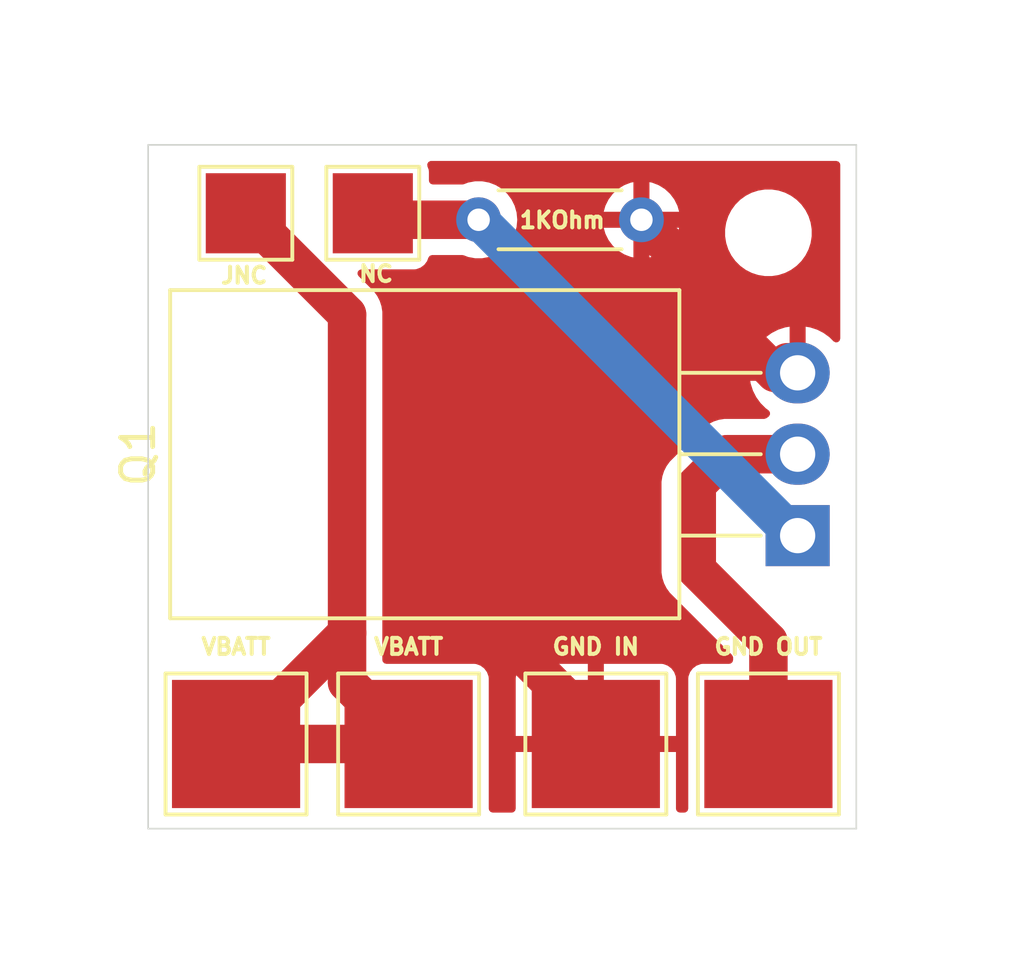
<source format=kicad_pcb>
(kicad_pcb (version 20240108) (generator "pcbnew") (generator_version "8.0")
  (layers (0 "F.Cu" signal) (31 "B.Cu" signal) (34 "B.Paste" user) (35 "F.Paste" user) (36 "B.SilkS" user "B.Silkscreen") (37 "F.SilkS" user "F.Silkscreen") (38 "B.Mask" user) (39 "F.Mask" user) (44 "Edge.Cuts" user))
  (net 0 "")
  (net 1 "Net-(J1-Pin_1)")
  (net 2 "GND")
  (net 3 "Net-(J4-Pin_1)")
  (net 4 "Net-(J7-Pin_1)")
  (footprint "Package_TO_SOT_THT:TO-220-3_Horizontal_TabDown" (layer "F.Cu") (at 142.0344 71.9836 90)
    (property "Reference" "Q1" (at 2.54 -20.58 -90) (layer "F.SilkS"))
    (property "Value" "NMOS")
    (fp_line (start 7.66 -19.58) (end 7.66 -3.69) (stroke (width 0.12)) (layer "F.SilkS"))
    (fp_line (start -2.58 -19.58) (end 7.66 -19.58) (stroke (width 0.12)) (layer "F.SilkS"))
    (fp_line (start -2.58 -19.58) (end -2.58 -3.690001) (stroke (width 0.12)) (layer "F.SilkS"))
    (fp_line (start -2.58 -3.690001) (end 7.66 -3.69) (stroke (width 0.12)) (layer "F.SilkS"))
    (fp_line (start 5.079999 -3.69) (end 5.08 -1.15) (stroke (width 0.12)) (layer "F.SilkS"))
    (fp_line (start 2.54 -3.69) (end 2.54 -1.15) (stroke (width 0.12)) (layer "F.SilkS"))
    (fp_line (start 0 -3.69) (end 0 -1.15) (stroke (width 0.12)) (layer "F.SilkS"))
    (pad "" np_thru_hole oval (at 2.54 -16.66 90) (size 3.5 3.5) (drill 3.5) (layers "*.Cu" "*.Mask"))
    (pad "1" thru_hole rect (at 0 0 90) (size 1.905 2) (drill 1.1) (layers "*.Cu" "*.Mask") (net 1 "Net-(J1-Pin_1)"))
    (pad "2" thru_hole oval (at 2.54 0 90) (size 1.905 2) (drill 1.1) (layers "*.Cu" "*.Mask") (net 4 "Net-(J7-Pin_1)"))
    (pad "3" thru_hole oval (at 5.079999 0 90) (size 1.905 2) (drill 1.1) (layers "*.Cu" "*.Mask") (net 2 "GND"))
  )
  (footprint "TestPoint:TestPoint_Pad_2.5x2.5mm" (layer "F.Cu") (at 128.778 61.9252)
    (property "Reference" "J1" (hide yes))
    (property "Value" "Switch_Junction")
    (fp_line (start -1.45 -1.45) (end 1.45 -1.45) (stroke (width 0.12)) (layer "F.SilkS"))
    (fp_line (start -1.45 1.45) (end -1.45 -1.45) (stroke (width 0.12)) (layer "F.SilkS"))
    (fp_line (start 1.45 -1.45) (end 1.45 1.45) (stroke (width 0.12)) (layer "F.SilkS"))
    (fp_line (start 1.45 1.45) (end -1.45 1.45) (stroke (width 0.12)) (layer "F.SilkS"))
    (pad "1" smd rect (at 0 0) (size 2.5 2.5) (layers "F.Cu" "F.Mask") (net 1 "Net-(J1-Pin_1)"))
  )
  (footprint "TestPoint:TestPoint_Pad_4.0x4.0mm" (layer "F.Cu") (at 124.5108 78.486)
    (property "Reference" "J4" (hide yes))
    (property "Value" "VBAT_IN")
    (fp_line (start -2.2 -2.2) (end 2.2 -2.2) (stroke (width 0.12)) (layer "F.SilkS"))
    (fp_line (start -2.2 2.2) (end -2.2 -2.2) (stroke (width 0.12)) (layer "F.SilkS"))
    (fp_line (start 2.2 -2.2) (end 2.2 2.2) (stroke (width 0.12)) (layer "F.SilkS"))
    (fp_line (start 2.2 2.2) (end -2.2 2.2) (stroke (width 0.12)) (layer "F.SilkS"))
    (pad "1" smd rect (at 0 0) (size 4 4) (layers "F.Cu" "F.Mask") (net 3 "Net-(J4-Pin_1)"))
  )
  (footprint "TestPoint:TestPoint_Pad_4.0x4.0mm" (layer "F.Cu") (at 129.8956 78.486)
    (property "Reference" "J6" (hide yes))
    (property "Value" "VBAT_OUT")
    (fp_line (start -2.2 -2.2) (end 2.2 -2.2) (stroke (width 0.12)) (layer "F.SilkS"))
    (fp_line (start -2.2 2.2) (end -2.2 -2.2) (stroke (width 0.12)) (layer "F.SilkS"))
    (fp_line (start 2.2 -2.2) (end 2.2 2.2) (stroke (width 0.12)) (layer "F.SilkS"))
    (fp_line (start 2.2 2.2) (end -2.2 2.2) (stroke (width 0.12)) (layer "F.SilkS"))
    (pad "1" smd rect (at 0 0) (size 4 4) (layers "F.Cu" "F.Mask") (net 3 "Net-(J4-Pin_1)"))
  )
  (footprint "TestPoint:TestPoint_Pad_4.0x4.0mm" (layer "F.Cu") (at 135.7376 78.486)
    (property "Reference" "J2" (hide yes))
    (property "Value" "GND_IN")
    (fp_line (start -2.2 -2.2) (end 2.2 -2.2) (stroke (width 0.12)) (layer "F.SilkS"))
    (fp_line (start -2.2 2.2) (end -2.2 -2.2) (stroke (width 0.12)) (layer "F.SilkS"))
    (fp_line (start 2.2 -2.2) (end 2.2 2.2) (stroke (width 0.12)) (layer "F.SilkS"))
    (fp_line (start 2.2 2.2) (end -2.2 2.2) (stroke (width 0.12)) (layer "F.SilkS"))
    (pad "1" smd rect (at 0 0) (size 4 4) (layers "F.Cu" "F.Mask") (net 2 "GND"))
  )
  (footprint "Resistor_THT:R_Axial_DIN0204_L3.6mm_D1.6mm_P5.08mm_Horizontal" (layer "F.Cu") (at 132.08 62.1284)
    (property "Reference" "R1" (hide yes))
    (property "Value" "1k")
    (fp_line (start 0.62 -0.92) (end 4.46 -0.92) (stroke (width 0.12)) (layer "F.SilkS"))
    (fp_line (start 0.62 0.92) (end 4.46 0.92) (stroke (width 0.12)) (layer "F.SilkS"))
    (pad "1" thru_hole circle (at 0 0) (size 1.4 1.4) (drill 0.7) (layers "*.Cu" "*.Mask") (net 1 "Net-(J1-Pin_1)"))
    (pad "2" thru_hole oval (at 5.079999 0) (size 1.4 1.4) (drill 0.7) (layers "*.Cu" "*.Mask") (net 2 "GND"))
  )
  (footprint "TestPoint:TestPoint_Pad_2.5x2.5mm" (layer "F.Cu") (at 124.8156 61.9252)
    (property "Reference" "J5" (hide yes))
    (property "Value" "Switch_NC")
    (fp_line (start -1.45 -1.45) (end 1.45 -1.45) (stroke (width 0.12)) (layer "F.SilkS"))
    (fp_line (start -1.45 1.45) (end -1.45 -1.45) (stroke (width 0.12)) (layer "F.SilkS"))
    (fp_line (start 1.45 -1.45) (end 1.45 1.45) (stroke (width 0.12)) (layer "F.SilkS"))
    (fp_line (start 1.45 1.45) (end -1.45 1.45) (stroke (width 0.12)) (layer "F.SilkS"))
    (pad "1" smd rect (at 0 0) (size 2.5 2.5) (layers "F.Cu" "F.Mask") (net 3 "Net-(J4-Pin_1)"))
  )
  (footprint "MountingHole:MountingHole_2.2mm_M2" (layer "F.Cu") (at 141.1224 62.5348)
    (property "Reference" "H1" (hide yes))
    (property "Value" "MountingHole")
    (pad "" np_thru_hole circle (at 0 0) (size 2.2 2.2) (drill 2.2) (layers "*.Cu" "*.Mask"))
  )
  (footprint "TestPoint:TestPoint_Pad_4.0x4.0mm" (layer "F.Cu") (at 141.1224 78.486)
    (property "Reference" "J7" (hide yes))
    (property "Value" "GND_OUT")
    (fp_line (start -2.2 -2.2) (end 2.2 -2.2) (stroke (width 0.12)) (layer "F.SilkS"))
    (fp_line (start -2.2 2.2) (end -2.2 -2.2) (stroke (width 0.12)) (layer "F.SilkS"))
    (fp_line (start 2.2 -2.2) (end 2.2 2.2) (stroke (width 0.12)) (layer "F.SilkS"))
    (fp_line (start 2.2 2.2) (end -2.2 2.2) (stroke (width 0.12)) (layer "F.SilkS"))
    (pad "1" smd rect (at 0 0) (size 4 4) (layers "F.Cu" "F.Mask") (net 4 "Net-(J7-Pin_1)"))
  )
  (gr_line (start 121.7676 59.7916) (end 143.8656 59.7916) (stroke (width 0.05)) (layer "Edge.Cuts"))
  (gr_line (start 143.8656 59.7916) (end 143.8656 81.1276) (stroke (width 0.05)) (layer "Edge.Cuts"))
  (gr_line (start 121.7676 81.1276) (end 121.7676 59.7916) (stroke (width 0.05)) (layer "Edge.Cuts"))
  (gr_line (start 143.8656 81.1276) (end 121.7676 81.1276) (stroke (width 0.05)) (layer "Edge.Cuts"))
  (gr_text "VBATT" (at 124.5108 75.7428 0) (layer "F.SilkS") (effects (font (size 0.5 0.5) (thickness 0.125) (bold yes)) (justify bottom)))
  (gr_text "NC" (at 128.8796 64.1096 0) (layer "F.SilkS") (effects (font (size 0.5 0.5) (thickness 0.125) (bold yes)) (justify bottom)))
  (gr_text "JNC" (at 124.7648 64.1604 0) (layer "F.SilkS") (effects (font (size 0.5 0.5) (thickness 0.125) (bold yes)) (justify bottom)))
  (gr_text "1KOhm" (at 133.2992 62.4332 0) (layer "F.SilkS") (effects (font (size 0.5 0.5) (thickness 0.125) (bold yes)) (justify left bottom)))
  (gr_text "GND IN" (at 135.7376 75.7428 0) (layer "F.SilkS") (effects (font (size 0.5 0.5) (thickness 0.125) (bold yes)) (justify bottom)))
  (gr_text "GND OUT" (at 141.1224 75.7428 0) (layer "F.SilkS") (effects (font (size 0.5 0.5) (thickness 0.125) (bold yes)) (justify bottom)))
  (gr_text "VBATT" (at 129.8956 75.7428 0) (layer "F.SilkS") (effects (font (size 0.5 0.5) (thickness 0.125) (bold yes)) (justify bottom)))
  (segment (start 128.9812 62.1284) (end 128.778 61.9252) (width 1.2) (layer "F.Cu") (net 1))
  (segment (start 132.08 62.1284) (end 128.9812 62.1284) (width 1.2) (layer "F.Cu") (net 1))
  (segment (start 141.9352 71.9836) (end 132.08 62.1284) (width 1.2) (layer "B.Cu") (net 1))
  (segment (start 142.0344 71.9836) (end 141.9352 71.9836) (width 1.2) (layer "B.Cu") (net 1))
  (segment (start 142.0344 66.903601) (end 141.325601 66.903601) (width 1.2) (layer "F.Cu") (net 2))
  (segment (start 142.0344 66.903601) (end 141.7054 66.5746) (width 1.2) (layer "F.Cu") (net 2))
  (segment (start 135.7376 77.978) (end 133.5532 75.7936) (width 1.2) (layer "F.Cu") (net 2))
  (segment (start 137.159999 62.1284) (end 137.922 62.890401) (width 1.2) (layer "F.Cu") (net 2))
  (segment (start 141.325601 66.903601) (end 140.4112 65.9892) (width 1.2) (layer "F.Cu") (net 2))
  (segment (start 135.7376 78.486) (end 135.7376 77.978) (width 1.2) (layer "F.Cu") (net 2))
  (segment (start 127.9744 76.5648) (end 127.9744 75.0224) (width 1.2) (layer "F.Cu") (net 3))
  (segment (start 127.9744 65.084) (end 124.8156 61.9252) (width 1.2) (layer "F.Cu") (net 3))
  (segment (start 127.9744 75.0224) (end 127.9744 65.084) (width 1.2) (layer "F.Cu") (net 3))
  (segment (start 129.8956 78.486) (end 124.5108 78.486) (width 1.2) (layer "F.Cu") (net 3))
  (segment (start 124.5108 78.486) (end 127.9744 75.0224) (width 1.2) (layer "F.Cu") (net 3))
  (segment (start 129.8956 78.486) (end 127.9744 76.5648) (width 1.2) (layer "F.Cu") (net 3))
  (segment (start 139.8344 69.4436) (end 142.0344 69.4436) (width 1.2) (layer "F.Cu") (net 4))
  (segment (start 141.1224 78.486) (end 141.1224 75.2856) (width 1.2) (layer "F.Cu") (net 4))
  (segment (start 142.0344 77.574) (end 141.1224 78.486) (width 1.2) (layer "F.Cu") (net 4))
  (segment (start 138.8872 70.3908) (end 139.8344 69.4436) (width 1.2) (layer "F.Cu") (net 4))
  (segment (start 141.1224 75.2856) (end 138.8872 73.0504) (width 1.2) (layer "F.Cu") (net 4))
  (segment (start 138.8872 73.0504) (end 138.8872 70.3908) (width 1.2) (layer "F.Cu") (net 4))
  (zone (net 2) (net_name "GND") (layer "F.Cu") (connect_pads (clearance 0.5)) (min_thickness 0.25) (fill yes (thermal_gap 0.5) (thermal_bridge_width 0.5))
    (polygon (pts (xy 117.1448 55.2704) (xy 117.1448 85.5472) (xy 117.1956 85.598) (xy 149.0472 85.598) (xy 149.098 85.5472) (xy 149.098 55.2704)))
  )
)
</source>
